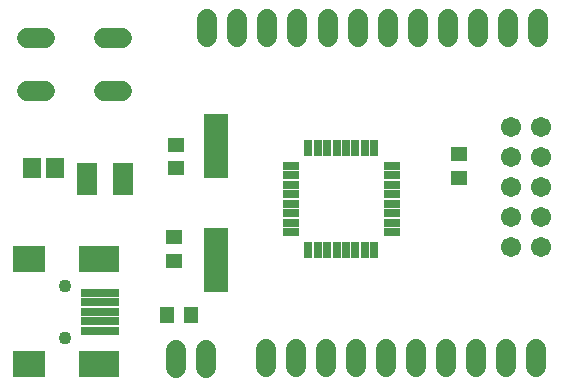
<source format=gts>
G75*
%MOIN*%
%OFA0B0*%
%FSLAX24Y24*%
%IPPOS*%
%LPD*%
%AMOC8*
5,1,8,0,0,1.08239X$1,22.5*
%
%ADD10R,0.0840X0.2180*%
%ADD11C,0.0680*%
%ADD12R,0.1064X0.0867*%
%ADD13R,0.1379X0.0867*%
%ADD14R,0.1300X0.0277*%
%ADD15C,0.0434*%
%ADD16R,0.0552X0.0474*%
%ADD17R,0.0474X0.0552*%
%ADD18R,0.0669X0.1102*%
%ADD19R,0.0592X0.0710*%
%ADD20C,0.0674*%
%ADD21R,0.0580X0.0300*%
%ADD22R,0.0300X0.0580*%
D10*
X007493Y004910D03*
X007493Y008710D03*
D11*
X004341Y010554D02*
X003741Y010554D01*
X001781Y010554D02*
X001181Y010554D01*
X001181Y012334D02*
X001781Y012334D01*
X003741Y012334D02*
X004341Y012334D01*
X007174Y012360D02*
X007174Y012960D01*
X008174Y012960D02*
X008174Y012360D01*
X009174Y012360D02*
X009174Y012960D01*
X010174Y012960D02*
X010174Y012360D01*
X011237Y012360D02*
X011237Y012960D01*
X012237Y012960D02*
X012237Y012360D01*
X013237Y012360D02*
X013237Y012960D01*
X014237Y012960D02*
X014237Y012360D01*
X015237Y012360D02*
X015237Y012960D01*
X016237Y012960D02*
X016237Y012360D01*
X017237Y012360D02*
X017237Y012960D01*
X018237Y012960D02*
X018237Y012360D01*
X018143Y001937D02*
X018143Y001337D01*
X017143Y001337D02*
X017143Y001937D01*
X016143Y001937D02*
X016143Y001337D01*
X015143Y001337D02*
X015143Y001937D01*
X014143Y001937D02*
X014143Y001337D01*
X013143Y001337D02*
X013143Y001937D01*
X012143Y001937D02*
X012143Y001337D01*
X011143Y001337D02*
X011143Y001937D01*
X010143Y001937D02*
X010143Y001337D01*
X009143Y001337D02*
X009143Y001937D01*
X007143Y001933D02*
X007143Y001333D01*
X006143Y001333D02*
X006143Y001933D01*
D12*
X001269Y001444D03*
X001269Y004948D03*
D13*
X003592Y004948D03*
X003592Y001444D03*
D14*
X003631Y002566D03*
X003631Y002881D03*
X003631Y003196D03*
X003631Y003511D03*
X003631Y003826D03*
D15*
X002450Y004062D03*
X002450Y002330D03*
D16*
X006096Y004893D03*
X006096Y005680D03*
X006147Y007975D03*
X006147Y008763D03*
X015604Y008448D03*
X015604Y007660D03*
D17*
X006651Y003089D03*
X005863Y003089D03*
D18*
X004379Y007625D03*
X003198Y007625D03*
D19*
X002111Y007995D03*
X001363Y007995D03*
D20*
X017308Y008345D03*
X018308Y008345D03*
X018308Y007345D03*
X017308Y007345D03*
X017308Y006345D03*
X018308Y006345D03*
X018308Y005345D03*
X017308Y005345D03*
X017308Y009345D03*
X018308Y009345D03*
D21*
X013357Y008054D03*
X013357Y007739D03*
X013357Y007424D03*
X013357Y007109D03*
X013357Y006794D03*
X013357Y006479D03*
X013357Y006164D03*
X013357Y005849D03*
X009977Y005849D03*
X009977Y006164D03*
X009977Y006479D03*
X009977Y006794D03*
X009977Y007109D03*
X009977Y007424D03*
X009977Y007739D03*
X009977Y008054D03*
D22*
X010564Y008642D03*
X010879Y008642D03*
X011194Y008642D03*
X011509Y008642D03*
X011824Y008642D03*
X012139Y008642D03*
X012454Y008642D03*
X012769Y008642D03*
X012769Y005262D03*
X012454Y005262D03*
X012139Y005262D03*
X011824Y005262D03*
X011509Y005262D03*
X011194Y005262D03*
X010879Y005262D03*
X010564Y005262D03*
M02*

</source>
